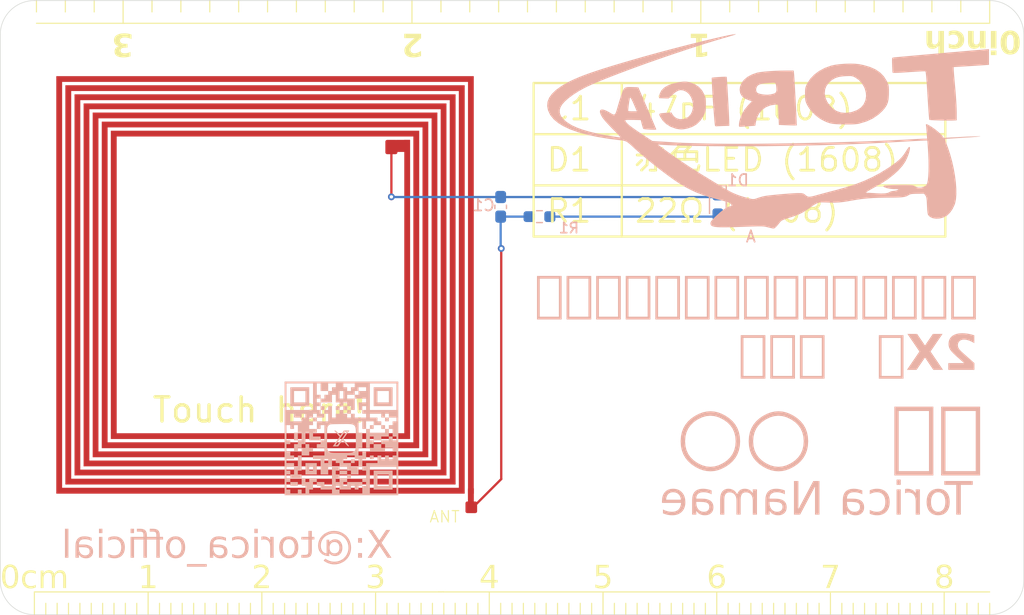
<source format=kicad_pcb>
(kicad_pcb (version 20241229) (generator "pcbnew") (generator_version "9.0")
  (layers (0 "F.Cu" signal) (2 "B.Cu" signal) (13 "F.Paste" user) (15 "B.Paste" user) (5 "F.SilkS" user "F.Silkscreen") (7 "B.SilkS" user "B.Silkscreen") (1 "F.Mask" user) (3 "B.Mask" user) (25 "Edge.Cuts" user))
  (net 0 "")
  (net 1 "Net-(D1-A)")
  (net 2 "Net-(D1-K)")
  (net 3 "Net-(C1-Pad2)")
  (footprint "lib:NFC_COIL_36.7x36.7_3uH" (layer "F.Cu") (at 116.63 85.85 90)
    (property "Reference" "ANT" (at -2.04 -2.56 0) (layer "F.SilkS") (effects (font (thickness 0.1))))
    (property "Value" "L" (hide yes))
    (fp_rect (start 30.14 -6.795) (end 31 -6.105) (stroke (width 0.2)) (fill yes) (layer "F.Cu"))
    (fp_rect (start -0.67 -0.41) (end 0.41 -0.09) (stroke (width 0.2)) (fill yes) (layer "F.Cu"))
    (fp_poly (pts (xy 0 0) (xy 36.7 0) (xy 36.7 -36.7) (xy 0 -36.7) (xy 0 -0.8) (xy 35.9 -0.8) (xy 35.9 -35.9) (xy 0.8 -35.9) (xy 0.8 -1.6) (xy 35.1 -1.6) (xy 35.1 -35.1) (xy 1.6 -35.1) (xy 1.6 -2.4) (xy 34.3 -2.4) (xy 34.3 -34.3) (xy 2.4 -34.3) (xy 2.4 -3.2) (xy 33.5 -3.2) (xy 33.5 -33.5) (xy 3.2 -33.5) (xy 3.2 -4) (xy 32.7 -4) (xy 32.7 -32.7) (xy 4 -32.7) (xy 4 -4.8) (xy 31.9 -4.8) (xy 31.9 -31.9) (xy 4.8 -31.9) (xy 4.8 -5.6) (xy 31.1 -5.6) (xy 31.1 -6.1) (xy 30 -6.1) (xy 5.3 -6.1) (xy 5.3 -31.4) (xy 31.4 -31.4) (xy 31.4 -5.3) (xy 4.5 -5.3) (xy 4.5 -32.2) (xy 32.2 -32.2) (xy 32.2 -4.5) (xy 3.7 -4.5) (xy 3.7 -33) (xy 33 -33) (xy 33 -3.7) (xy 2.9 -3.7) (xy 2.9 -33.8) (xy 33.8 -33.8) (xy 33.8 -2.9) (xy 2.1 -2.9) (xy 2.1 -34.6) (xy 34.6 -34.6) (xy 34.6 -2.1) (xy 1.3 -2.1) (xy 1.3 -35.4) (xy 35.4 -35.4) (xy 35.4 -1.3) (xy 0.5 -1.3) (xy 0.5 -36.2) (xy 36.2 -36.2) (xy 36.2 -0.5) (xy 0 -0.5)) (stroke (width 0.01)) (fill yes) (layer "F.Cu"))
    (pad "1" smd roundrect (at 30.470625 -7.23875 90) (size 1.26125 1.0625) (layers "F.Cu" "F.Paste") (roundrect_rratio 0.15) (net 2 "Net-(D1-K)"))
    (pad "2" smd roundrect (at -1.20875 -0.2125 90) (size 1.0225 1.025) (layers "F.Cu" "F.Paste") (roundrect_rratio 0.15) (net 3 "Net-(C1-Pad2)"))
  )
  (footprint "Capacitor_SMD:C_0603_1608Metric_Pad1.08x0.95mm_HandSolder" (layer "B.Cu") (at 119 60.6375 -90)
    (property "Reference" "C1" (at -0.1375 1.5 0) (layer "B.SilkS") (effects (justify mirror)))
    (property "Value" "C" (hide yes))
    (pad "1" smd roundrect (at -0.8625 0 270) (size 1.075 0.95) (layers "B.Cu" "B.Mask" "B.Paste") (net 2 "Net-(D1-K)"))
    (pad "2" smd roundrect (at 0.8625 0 270) (size 1.075 0.95) (layers "B.Cu" "B.Mask" "B.Paste") (net 3 "Net-(C1-Pad2)"))
  )
  (footprint "Resistor_SMD:R_0603_1608Metric_Pad0.98x0.95mm_HandSolder" (layer "B.Cu") (at 122.4125 61.5)
    (property "Reference" "R1" (at 2.5875 1 0) (layer "B.SilkS") (effects (font (size 0.9 0.9)) (justify mirror)))
    (property "Value" "R" (hide yes))
    (pad "1" smd roundrect (at -0.9125 0) (size 0.975 0.95) (layers "B.Cu" "B.Mask" "B.Paste") (net 3 "Net-(C1-Pad2)"))
    (pad "2" smd roundrect (at 0.9125 0) (size 0.975 0.95) (layers "B.Cu" "B.Mask" "B.Paste") (net 1 "Net-(D1-A)"))
  )
  (footprint "PCB_BusinessCard_lib:torica_official" (layer "B.Cu") (at 105 81 180)
    (property "Reference" "G***" (hide yes))
    (property "Value" "LOGO" (hide yes))
  )
  (footprint "PCB_BusinessCard_lib:TORICA_LOGO" (layer "B.Cu") (at 142.5 54 180)
    (property "Reference" "G***" (hide yes))
    (property "Value" "LOGO" (hide yes))
  )
  (footprint "LED_SMD:LED_0603_1608Metric_Pad1.05x0.95mm_HandSolder" (layer "B.Cu") (at 138.1 60.425 -90)
    (property "Reference" "D1" (at -2.125 -1.75 0) (layer "B.SilkS") (effects (justify mirror)))
    (property "Value" "LED" (hide yes))
    (pad "1" smd roundrect (at -0.875 0 270) (size 1.05 0.95) (layers "B.Cu" "B.Mask" "B.Paste") (net 2 "Net-(D1-K)"))
    (pad "2" smd roundrect (at 0.875 0 270) (size 1.05 0.95) (layers "B.Cu" "B.Mask" "B.Paste") (net 1 "Net-(D1-A)"))
  )
  (gr_line (start 95 95.5) (end 95 96.5) (stroke (width 0.1)) (layer "F.SilkS"))
  (gr_line (start 162 44.5) (end 78.18 44.5) (stroke (width 0.1)) (layer "F.SilkS"))
  (gr_line (start 106 95.5) (end 106 96.5) (stroke (width 0.1)) (layer "F.SilkS"))
  (gr_line (start 101.04 43.5) (end 101.04 42.5) (stroke (width 0.1)) (layer "F.SilkS"))
  (gr_line (start 98 94.5) (end 98 96.5) (stroke (width 0.1)) (layer "F.SilkS"))
  (gr_line (start 159.46 42.5) (end 159.46 43.5) (stroke (width 0.1)) (layer "F.SilkS"))
  (gr_line (start 80.72 43.5) (end 80.72 42.5) (stroke (width 0.1)) (layer "F.SilkS"))
  (gr_line (start 103.58 43.5) (end 103.58 42.5) (stroke (width 0.1)) (layer "F.SilkS"))
  (gr_line (start 154 95.5) (end 154 96.5) (stroke (width 0.1)) (layer "F.SilkS"))
  (gr_line (start 93.42 43.5) (end 93.42 42.5) (stroke (width 0.1)) (layer "F.SilkS"))
  (gr_line (start 130 95.5) (end 130 96.5) (stroke (width 0.1)) (layer "F.SilkS"))
  (gr_line (start 85 95.5) (end 85 96.5) (stroke (width 0.1)) (layer "F.SilkS"))
  (gr_line (start 82 95.5) (end 82 96.5) (stroke (width 0.1)) (layer "F.SilkS"))
  (gr_line (start 90.88 43.5) (end 90.88 42.5) (stroke (width 0.1)) (layer "F.SilkS"))
  (gr_line (start 112 95.5) (end 112 96.5) (stroke (width 0.1)) (layer "F.SilkS"))
  (gr_line (start 89 95.5) (end 89 96.5) (stroke (width 0.1)) (layer "F.SilkS"))
  (gr_line (start 138 94.5) (end 138 96.5) (stroke (width 0.1)) (layer "F.SilkS"))
  (gr_line (start 131 95.5) (end 131 96.5) (stroke (width 0.1)) (layer "F.SilkS"))
  (gr_line (start 162 42.5) (end 162 44.5) (stroke (width 0.1)) (layer "F.SilkS"))
  (gr_line (start 122 96.5) (end 122 95.5) (stroke (width 0.1)) (layer "F.SilkS"))
  (gr_line (start 131.52 43.5) (end 131.52 42.5) (stroke (width 0.1)) (layer "F.SilkS"))
  (gr_line (start 111 95.5) (end 111 96.5) (stroke (width 0.1)) (layer "F.SilkS"))
  (gr_line (start 157 95.5) (end 157 96.5) (stroke (width 0.1)) (layer "F.SilkS"))
  (gr_line (start 144 95.5) (end 144 96.5) (stroke (width 0.1)) (layer "F.SilkS"))
  (gr_line (start 92 95.5) (end 92 96.5) (stroke (width 0.1)) (layer "F.SilkS"))
  (gr_line (start 86 95.5) (end 86 96.5) (stroke (width 0.1)) (layer "F.SilkS"))
  (gr_line (start 84 95.5) (end 84 96.5) (stroke (width 0.1)) (layer "F.SilkS"))
  (gr_line (start 83.26 43.5) (end 83.26 42.5) (stroke (width 0.1)) (layer "F.SilkS"))
  (gr_line (start 156 95.5) (end 156 96.5) (stroke (width 0.1)) (layer "F.SilkS"))
  (gr_line (start 106.12 43.5) (end 106.12 42.5) (stroke (width 0.1)) (layer "F.SilkS"))
  (gr_line (start 118.82 42.5) (end 118.82 43.5) (stroke (width 0.1)) (layer "F.SilkS"))
  (gr_line (start 100 95.5) (end 100 96.5) (stroke (width 0.1)) (layer "F.SilkS"))
  (gr_line (start 147 95.5) (end 147 96.5) (stroke (width 0.1)) (layer "F.SilkS"))
  (gr_line (start 139.14 42.5) (end 139.14 43.5) (stroke (width 0.1)) (layer "F.SilkS"))
  (gr_line (start 160 95.5) (end 160 96.5) (stroke (width 0.1)) (layer "F.SilkS"))
  (gr_line (start 113.75 43.5) (end 113.75 42.5) (stroke (width 0.1)) (layer "F.SilkS"))
  (gr_line (start 121 96.5) (end 121 95.5) (stroke (width 0.1)) (layer "F.SilkS"))
  (gr_line (start 118 94.5) (end 118 96.5) (stroke (width 0.1)) (layer "F.SilkS"))
  (gr_line (start 128.98 43.5) (end 128.98 42.5) (stroke (width 0.1)) (layer "F.SilkS"))
  (gr_line (start 114 95.5) (end 114 96.5) (stroke (width 0.1)) (layer "F.SilkS"))
  (gr_line (start 108 94.5) (end 108 96.5) (stroke (width 0.1)) (layer "F.SilkS"))
  (gr_line (start 78 94.5) (end 162 94.5) (stroke (width 0.1)) (layer "F.SilkS"))
  (gr_line (start 142 95.5) (end 142 96.5) (stroke (width 0.1)) (layer "F.SilkS"))
  (gr_line (start 141 95.5) (end 141 96.5) (stroke (width 0.1)) (layer "F.SilkS"))
  (gr_line (start 78.18 42.5) (end 78.18 43.5) (stroke (width 0.1)) (layer "F.SilkS"))
  (gr_line (start 156.92 42.5) (end 156.92 43.5) (stroke (width 0.1)) (layer "F.SilkS"))
  (gr_line (start 81 95.5) (end 81 96.5) (stroke (width 0.1)) (layer "F.SilkS"))
  (gr_line (start 124 96.5) (end 124 95.5) (stroke (width 0.1)) (layer "F.SilkS"))
  (gr_line (start 95.96 43.5) (end 95.96 42.5) (stroke (width 0.1)) (layer "F.SilkS"))
  (gr_line (start 153 95.5) (end 153 96.5) (stroke (width 0.1)) (layer "F.SilkS"))
  (gr_line (start 125 96.5) (end 125 95.5) (stroke (width 0.1)) (layer "F.SilkS"))
  (gr_line (start 143 95.5) (end 143 96.5) (stroke (width 0.1)) (layer "F.SilkS"))
  (gr_line (start 94 95.5) (end 94 96.5) (stroke (width 0.1)) (layer "F.SilkS"))
  (gr_line (start 126.44 43.5) (end 126.44 42.5) (stroke (width 0.1)) (layer "F.SilkS"))
  (gr_line (start 158 94.5) (end 158 96.5) (stroke (width 0.1)) (layer "F.SilkS"))
  (gr_line (start 144.22 42.5) (end 144.22 43.5) (stroke (width 0.1)) (layer "F.SilkS"))
  (gr_line (start 135 95.5) (end 135 96.5) (stroke (width 0.1)) (layer "F.SilkS"))
  (gr_line (start 149 95.5) (end 149 96.5) (stroke (width 0.1)) (layer "F.SilkS"))
  (gr_line (start 88 94.5) (end 88 96.5) (stroke (width 0.1)) (layer "F.SilkS"))
  (gr_line (start 159 95.5) (end 159 96.5) (stroke (width 0.1)) (layer "F.SilkS"))
  (gr_line (start 140 95.5) (end 140 96.5) (stroke (width 0.1)) (layer "F.SilkS"))
  (gr_line (start 149.3 42.5) (end 149.3 43.5) (stroke (width 0.1)) (layer "F.SilkS"))
  (gr_line (start 161 95.5) (end 161 96.5) (stroke (width 0.1)) (layer "F.SilkS"))
  (gr_line (start 133 95.5) (end 133 96.5) (stroke (width 0.1)) (layer "F.SilkS"))
  (gr_line (start 110 95.5) (end 110 96.5) (stroke (width 0.1)) (layer "F.SilkS"))
  (gr_line (start 78 94.5) (end 78 96.5) (stroke (width 0.1)) (layer "F.SilkS"))
  (gr_line (start 123 95.5) (end 123 96.5) (stroke (width 0.1)) (layer "F.SilkS"))
  (gr_line (start 104 95.5) (end 104 96.5) (stroke (width 0.1)) (layer "F.SilkS"))
  (gr_line (start 123.9 42.5) (end 123.9 43.5) (stroke (width 0.1)) (layer "F.SilkS"))
  (gr_line (start 117 96.5) (end 117 95.5) (stroke (width 0.1)) (layer "F.SilkS"))
  (gr_line (start 146 95.5) (end 146 96.5) (stroke (width 0.1)) (layer "F.SilkS"))
  (gr_line (start 103 95.5) (end 103 96.5) (stroke (width 0.1)) (layer "F.SilkS"))
  (gr_line (start 79 95.5) (end 79 96.5) (stroke (width 0.1)) (layer "F.SilkS"))
  (gr_line (start 134.06 43.5) (end 134.06 42.5) (stroke (width 0.1)) (layer "F.SilkS"))
  (gr_line (start 128 94.5) (end 128 96.5) (stroke (width 0.1)) (layer "F.SilkS"))
  (gr_line (start 150 96.5) (end 150 95.5) (stroke (width 0.1)) (layer "F.SilkS"))
  (gr_line (start 136 95.5) (end 136 96.5) (stroke (width 0.1)) (layer "F.SilkS"))
  (gr_line (start 98.5 43.5) (end 98.5 42.5) (stroke (width 0.1)) (layer "F.SilkS"))
  (gr_line (start 129 96.5) (end 129 95.5) (stroke (width 0.1)) (layer "F.SilkS"))
  (gr_line (start 121.36 42.5) (end 121.36 43.5) (stroke (width 0.1)) (layer "F.SilkS"))
  (gr_line (start 119 96.5) (end 119 95.5) (stroke (width 0.1)) (layer "F.SilkS"))
  (gr_line (start 136.6 42.5) (end 136.6 44.5) (stroke (width 0.1)) (layer "F.SilkS"))
  (gr_line (start 127 96.5) (end 127 95.5) (stroke (width 0.1)) (layer "F.SilkS"))
  (gr_line (start 137 95.5) (end 137 96.5) (stroke (width 0.1)) (layer "F.SilkS"))
  (gr_line (start 155 95.5) (end 155 96.5) (stroke (width 0.1)) (layer "F.SilkS"))
  (gr_line (start 151 95.5) (end 151 96.5) (stroke (width 0.1)) (layer "F.SilkS"))
  (gr_line (start 134 95.5) (end 134 96.5) (stroke (width 0.1)) (layer "F.SilkS"))
  (gr_line (start 154.38 42.5) (end 154.38 43.5) (stroke (width 0.1)) (layer "F.SilkS"))
  (gr_line (start 115 95.5) (end 115 96.5) (stroke (width 0.1)) (layer "F.SilkS"))
  (gr_line (start 116 96.5) (end 116 95.5) (stroke (width 0.1)) (layer "F.SilkS"))
  (gr_line (start 146.76 42.5) (end 146.76 43.5) (stroke (width 0.1)) (layer "F.SilkS"))
  (gr_line (start 108.66 43.5) (end 108.66 42.5) (stroke (width 0.1)) (layer "F.SilkS"))
  (gr_line (start 120 96.5) (end 120 95.5) (stroke (width 0.1)) (layer "F.SilkS"))
  (gr_line (start 91 95.5) (end 91 96.5) (stroke (width 0.1)) (layer "F.SilkS"))
  (gr_line (start 132 95.5) (end 132 96.5) (stroke (width 0.1)) (layer "F.SilkS"))
  (gr_line (start 93 95.5) (end 93 96.5) (stroke (width 0.1)) (layer "F.SilkS"))
  (gr_line (start 162 95.5) (end 162 96.5) (stroke (width 0.1)) (layer "F.SilkS"))
  (gr_line (start 97 95.5) (end 97 96.5) (stroke (width 0.1)) (layer "F.SilkS"))
  (gr_line (start 145 95.5) (end 145 96.5) (stroke (width 0.1)) (layer "F.SilkS"))
  (gr_line (start 99 95.5) (end 99 96.5) (stroke (width 0.1)) (layer "F.SilkS"))
  (gr_line (start 80 95.5) (end 80 96.5) (stroke (width 0.1)) (layer "F.SilkS"))
  (gr_line (start 105 95.5) (end 105 96.5) (stroke (width 0.1)) (layer "F.SilkS"))
  (gr_line (start 126 96.5) (end 126 95.5) (stroke (width 0.1)) (layer "F.SilkS"))
  (gr_line (start 85.8 42.5) (end 85.8 44.5) (stroke (width 0.1)) (layer "F.SilkS"))
  (gr_line (start 151.84 42.5) (end 151.84 43.5) (stroke (width 0.1)) (layer "F.SilkS"))
  (gr_line (start 152 95.5) (end 152 96.5) (stroke (width 0.1)) (layer "F.SilkS"))
  (gr_line (start 116.28 42.5) (end 116.28 43.5) (stroke (width 0.1)) (layer "F.SilkS"))
  (gr_line (start 109 95.5) (end 109 96.5) (stroke (width 0.1)) (layer "F.SilkS"))
  (gr_line (start 113.5 94.5) (end 114 94.5) (stroke (width 0.1)) (layer "F.SilkS"))
  (gr_line (start 139 95.5) (end 139 96.5) (stroke (width 0.1)) (layer "F.SilkS"))
  (gr_line (start 90 95.5) (end 90 96.5) (stroke (width 0.1)) (layer "F.SilkS"))
  (gr_line (start 88.34 43.5) (end 88.34 42.5) (stroke (width 0.1)) (layer "F.SilkS"))
  (gr_line (start 148 94.5) (end 148 96.5) (stroke (width 0.1)) (layer "F.SilkS"))
  (gr_line (start 141.68 42.5) (end 141.68 43.5) (stroke (width 0.1)) (layer "F.SilkS"))
  (gr_line (start 87 95.5) (end 87 96.5) (stroke (width 0.1)) (layer "F.SilkS"))
  (gr_line (start 107 95.5) (end 107 96.5) (stroke (width 0.1)) (layer "F.SilkS"))
  (gr_line (start 113 95.5) (end 113 96.5) (stroke (width 0.1)) (layer "F.SilkS"))
  (gr_line (start 101 95.5) (end 101 96.5) (stroke (width 0.1)) (layer "F.SilkS"))
  (gr_line (start 96 95.5) (end 96 96.5) (stroke (width 0.1)) (layer "F.SilkS"))
  (gr_line (start 83 95.5) (end 83 96.5) (stroke (width 0.1)) (layer "F.SilkS"))
  (gr_line (start 102 95.5) (end 102 96.5) (stroke (width 0.1)) (layer "F.SilkS"))
  (gr_line (start 111.2 44.5) (end 111.2 42.5) (stroke (width 0.1)) (layer "F.SilkS"))
  (gr_line (start 75 93.5) (end 75 45.5) (stroke (width 0.05)) (layer "Edge.Cuts"))
  (gr_line (start 162 96.5) (end 78 96.5) (stroke (width 0.05)) (layer "Edge.Cuts"))
  (gr_arc (start 165 93.5) (mid 164.12132 95.62132) (end 162 96.5) (stroke (width 0.05)) (layer "Edge.Cuts"))
  (gr_line (start 165 45.5) (end 165 93.5) (stroke (width 0.05)) (layer "Edge.Cuts"))
  (gr_line (start 78 42.5) (end 162 42.5) (stroke (width 0.05)) (layer "Edge.Cuts"))
  (gr_arc (start 75 45.5) (mid 75.87868 43.37868) (end 78 42.5) (stroke (width 0.05)) (layer "Edge.Cuts"))
  (gr_arc (start 162 42.5) (mid 164.12132 43.37868) (end 165 45.5) (stroke (width 0.05)) (layer "Edge.Cuts"))
  (gr_arc (start 78 96.5) (mid 75.87868 95.62132) (end 75 93.5) (stroke (width 0.05)) (layer "Edge.Cuts"))
  (gr_text "3" (at 85.75 46.25 180) (layer "F.SilkS") (effects (font (size 2 2) (thickness 0.3) (bold yes))))
  (gr_text "1" (at 88 94.5 0) (layer "F.SilkS") (effects (font (size 2 2) (thickness 0.1)) (justify bottom)))
  (gr_text "4" (at 118 94.5 0) (layer "F.SilkS") (effects (font (size 2 2) (thickness 0.1)) (justify bottom)))
  (gr_text "7" (at 148 94.5 0) (layer "F.SilkS") (effects (font (size 2 2) (thickness 0.1)) (justify bottom)))
  (gr_text "1" (at 136.5 46.25 180) (layer "F.SilkS") (effects (font (size 2 2) (thickness 0.3) (bold yes))))
  (gr_text "8" (at 158 94.5 0) (layer "F.SilkS") (effects (font (size 2 2) (thickness 0.1)) (justify bottom)))
  (gr_text "6" (at 138 94.5 0) (layer "F.SilkS") (effects (font (size 2 2) (thickness 0.1)) (justify bottom)))
  (gr_text "2" (at 111.25 46.25 180) (layer "F.SilkS") (effects (font (size 2 2) (thickness 0.3) (bold yes))))
  (gr_text "0inch" (at 160.5 46 180) (layer "F.SilkS") (effects (font (size 2 2) (thickness 0.3) (bold yes))))
  (gr_text "Touch here!" (at 97.75 78.5 0) (layer "F.SilkS") (effects (font (size 2.12 2.12) (thickness 0.3) (bold yes))))
  (gr_text "3" (at 108 94.5 0) (layer "F.SilkS") (effects (font (size 2 2) (thickness 0.1)) (justify bottom)))
  (gr_text "5" (at 128 94.5 0) (layer "F.SilkS") (effects (font (size 2 2) (thickness 0.1)) (justify bottom)))
  (gr_text "2" (at 98 94.5 0) (layer "F.SilkS") (effects (font (size 2 2) (thickness 0.1)) (justify bottom)))
  (gr_text "0cm" (at 78 94.5 0) (layer "F.SilkS") (effects (font (size 2 2) (thickness 0.1)) (justify bottom)))
  (gr_text "Torica Namae" (at 160.5 86.5 0) (layer "B.SilkS") (effects (font (size 2.9 2.9) (thickness 0.1)) (justify left mirror)))
  (gr_text "鳥科　○○" (at 161.5 81 0) (layer "B.SilkS") (effects (font (size 4.9 4.9) (thickness 0.1)) (justify left mirror)))
  (gr_text "A" (at 141 63.25 0) (layer "B.SilkS") (effects (font (size 1 1)) (justify mirror)))
  (gr_text "東京理科大学鳥人間サークル鳥科\n2X代　電装班" (at 161 75.5 0) (layer "B.SilkS") (effects (font (size 3.1 3.1) (thickness 0.3) (bold yes)) (justify left bottom mirror)))
  (gr_text "X:@torica_official" (at 109.5 90.5 0) (layer "B.SilkS") (effects (font (size 2.4 2.4) (thickness 0.1)) (justify left mirror)))
  (table (column_count 2) (layer "F.SilkS") (border (external yes) (header yes) (stroke (width 0.2))) (separators (rows yes) (cols yes) (stroke (width 0.2))) (column_widths 7.75 28.45) (row_heights 4.5 4.5 4.5) (cells (table_cell "C1" (start 121.9 49.75) (end 129.65 54.25) (margins 1.0025 1.0025 1.0025 1.0025) (span 1 1) (layer "F.SilkS") (effects (font (size 2 2)) (justify left))) (table_cell "47pF (1608)" (start 129.65 49.75) (end 158.1 54.25) (margins 1.0025 1.0025 1.0025 1.0025) (span 1 1) (layer "F.SilkS") (effects (font (size 2 2)) (justify left))) (table_cell "D1" (start 121.9 54.25) (end 129.65 58.75) (margins 1.0025 1.0025 1.0025 1.0025) (span 1 1) (layer "F.SilkS") (effects (font (size 2 2)) (justify left))) (table_cell "赤色LED (1608)" (start 129.65 54.25) (end 158.1 58.75) (margins 1.0025 1.0025 1.0025 1.0025) (span 1 1) (layer "F.SilkS") (effects (font (size 2 2)) (justify left))) (table_cell "R1" (start 121.9 58.75) (end 129.65 63.25) (margins 1.0025 1.0025 1.0025 1.0025) (span 1 1) (layer "F.SilkS") (effects (font (size 2 2)) (justify left))) (table_cell "22Ω (1608)" (start 129.65 58.75) (end 158.1 63.25) (margins 1.0025 1.0025 1.0025 1.0025) (span 1 1) (layer "F.SilkS") (effects (font (size 2 2)) (justify left)))))
  (segment (start 123.575 61.75) (end 123.325 61.5) (width 0.2) (layer "B.Cu") (net 1))
  (segment (start 123.325 61.5) (end 137.9 61.5) (width 0.2) (layer "B.Cu") (net 1))
  (segment (start 137.9 61.5) (end 138.1 61.3) (width 0.2) (layer "B.Cu") (net 1))
  (segment (start 109.39125 55.379375) (end 109.39125 59.75875) (width 0.2) (layer "F.Cu") (net 2))
  (segment (start 109.39125 59.75875) (end 109.39 59.76) (width 0.2) (layer "F.Cu") (net 2))
  (via (at 109.39 59.76) (size 0.6) (drill 0.3) (layers "F.Cu" "B.Cu") (net 2))
  (segment (start 137.875 59.775) (end 138.1 59.55) (width 0.2) (layer "B.Cu") (net 2))
  (segment (start 119 59.775) (end 137.875 59.775) (width 0.2) (layer "B.Cu") (net 2))
  (segment (start 109.39 59.76) (end 109.405 59.775) (width 0.2) (layer "B.Cu") (net 2))
  (segment (start 109.405 59.775) (end 119 59.775) (width 0.2) (layer "B.Cu") (net 2))
  (segment (start 119.05 84.5771) (end 116.56835 87.05875) (width 0.2) (layer "F.Cu") (net 3))
  (segment (start 119.05 64.3) (end 119.05 84.5771) (width 0.2) (layer "F.Cu") (net 3))
  (segment (start 116.56835 87.05875) (end 116.4175 87.05875) (width 0.2) (layer "F.Cu") (net 3))
  (via (at 119.05 64.3) (size 0.6) (drill 0.3) (layers "F.Cu" "B.Cu") (net 3))
  (segment (start 121.5 61.5) (end 119 61.5) (width 0.2) (layer "B.Cu") (net 3))
  (segment (start 119 61.5) (end 119 64.25) (width 0.2) (layer "B.Cu") (net 3))
  (segment (start 119 64.25) (end 119.05 64.3) (width 0.2) (layer "B.Cu") (net 3))
)
</source>
